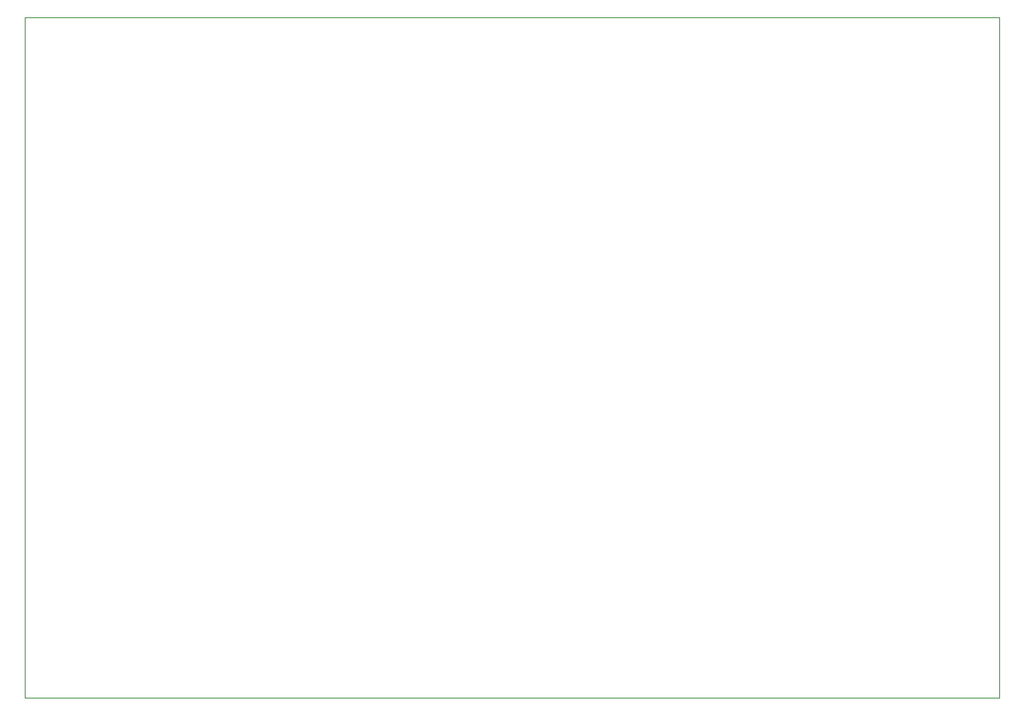
<source format=gm1>
G04 #@! TF.GenerationSoftware,KiCad,Pcbnew,9.0.5*
G04 #@! TF.CreationDate,2026-01-31T11:44:17-08:00*
G04 #@! TF.ProjectId,PocketFT8Xcvr,506f636b-6574-4465-9438-586376722e6b,rev?*
G04 #@! TF.SameCoordinates,Original*
G04 #@! TF.FileFunction,Profile,NP*
%FSLAX46Y46*%
G04 Gerber Fmt 4.6, Leading zero omitted, Abs format (unit mm)*
G04 Created by KiCad (PCBNEW 9.0.5) date 2026-01-31 11:44:17*
%MOMM*%
%LPD*%
G01*
G04 APERTURE LIST*
G04 #@! TA.AperFunction,Profile*
%ADD10C,0.100000*%
G04 #@! TD*
G04 APERTURE END LIST*
D10*
X102300000Y-50800000D02*
X202300000Y-50800000D01*
X202300000Y-120650000D01*
X102300000Y-120650000D01*
X102300000Y-50800000D01*
M02*

</source>
